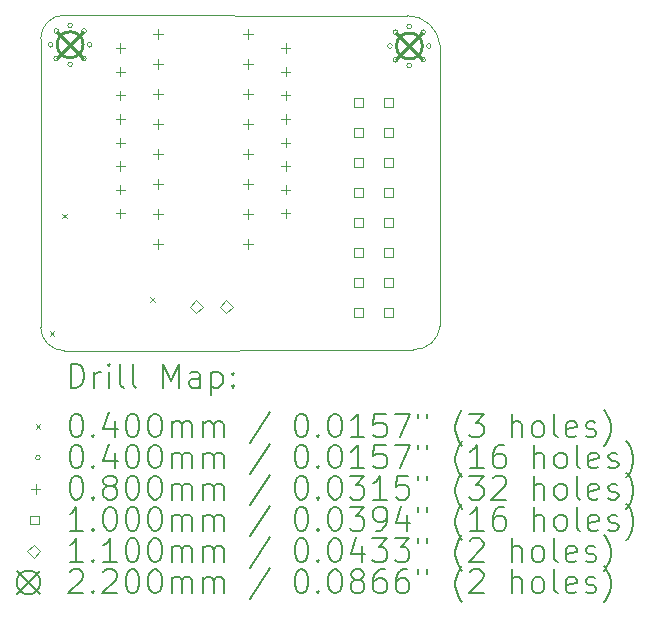
<source format=gbr>
%TF.GenerationSoftware,KiCad,Pcbnew,(6.0.10-0)*%
%TF.CreationDate,2023-01-01T02:04:56-05:00*%
%TF.ProjectId,8CT-PowerMeter,3843542d-506f-4776-9572-4d657465722e,rev?*%
%TF.SameCoordinates,Original*%
%TF.FileFunction,Drillmap*%
%TF.FilePolarity,Positive*%
%FSLAX45Y45*%
G04 Gerber Fmt 4.5, Leading zero omitted, Abs format (unit mm)*
G04 Created by KiCad (PCBNEW (6.0.10-0)) date 2023-01-01 02:04:56*
%MOMM*%
%LPD*%
G01*
G04 APERTURE LIST*
%ADD10C,0.050000*%
%ADD11C,0.200000*%
%ADD12C,0.040000*%
%ADD13C,0.080000*%
%ADD14C,0.100000*%
%ADD15C,0.110000*%
%ADD16C,0.220000*%
G04 APERTURE END LIST*
D10*
X13630000Y-9440000D02*
X13630000Y-7000000D01*
X13830000Y-6800000D02*
X16733800Y-6803400D01*
X16784600Y-9630586D02*
G75*
G03*
X17013200Y-9430579I10690J218426D01*
G01*
X17013201Y-7057400D02*
G75*
G03*
X16733800Y-6803400I-278991J-26220D01*
G01*
X13830000Y-6800000D02*
G75*
G03*
X13630000Y-7000000I0J-200000D01*
G01*
X13630000Y-9440000D02*
G75*
G03*
X13830000Y-9640000I200000J0D01*
G01*
X16784600Y-9630579D02*
X13830000Y-9640000D01*
X17013200Y-9430579D02*
X17013200Y-7057400D01*
D11*
D12*
X13706000Y-9475000D02*
X13746000Y-9515000D01*
X13746000Y-9475000D02*
X13706000Y-9515000D01*
X13810000Y-8480000D02*
X13850000Y-8520000D01*
X13850000Y-8480000D02*
X13810000Y-8520000D01*
X14560000Y-9190000D02*
X14600000Y-9230000D01*
X14600000Y-9190000D02*
X14560000Y-9230000D01*
X13735000Y-7050000D02*
G75*
G03*
X13735000Y-7050000I-20000J0D01*
G01*
X13783327Y-6933327D02*
G75*
G03*
X13783327Y-6933327I-20000J0D01*
G01*
X13783327Y-7166673D02*
G75*
G03*
X13783327Y-7166673I-20000J0D01*
G01*
X13900000Y-6885000D02*
G75*
G03*
X13900000Y-6885000I-20000J0D01*
G01*
X13900000Y-7215000D02*
G75*
G03*
X13900000Y-7215000I-20000J0D01*
G01*
X14016673Y-6933327D02*
G75*
G03*
X14016673Y-6933327I-20000J0D01*
G01*
X14016673Y-7166673D02*
G75*
G03*
X14016673Y-7166673I-20000J0D01*
G01*
X14065000Y-7050000D02*
G75*
G03*
X14065000Y-7050000I-20000J0D01*
G01*
X16607220Y-7060700D02*
G75*
G03*
X16607220Y-7060700I-20000J0D01*
G01*
X16655547Y-6944027D02*
G75*
G03*
X16655547Y-6944027I-20000J0D01*
G01*
X16655547Y-7177373D02*
G75*
G03*
X16655547Y-7177373I-20000J0D01*
G01*
X16772220Y-6895700D02*
G75*
G03*
X16772220Y-6895700I-20000J0D01*
G01*
X16772220Y-7225700D02*
G75*
G03*
X16772220Y-7225700I-20000J0D01*
G01*
X16888893Y-6944027D02*
G75*
G03*
X16888893Y-6944027I-20000J0D01*
G01*
X16888893Y-7177373D02*
G75*
G03*
X16888893Y-7177373I-20000J0D01*
G01*
X16937220Y-7060700D02*
G75*
G03*
X16937220Y-7060700I-20000J0D01*
G01*
D13*
X14304500Y-7038000D02*
X14304500Y-7118000D01*
X14264500Y-7078000D02*
X14344500Y-7078000D01*
X14304500Y-7238000D02*
X14304500Y-7318000D01*
X14264500Y-7278000D02*
X14344500Y-7278000D01*
X14304500Y-7438000D02*
X14304500Y-7518000D01*
X14264500Y-7478000D02*
X14344500Y-7478000D01*
X14304500Y-7638000D02*
X14304500Y-7718000D01*
X14264500Y-7678000D02*
X14344500Y-7678000D01*
X14304500Y-7838000D02*
X14304500Y-7918000D01*
X14264500Y-7878000D02*
X14344500Y-7878000D01*
X14304500Y-8038000D02*
X14304500Y-8118000D01*
X14264500Y-8078000D02*
X14344500Y-8078000D01*
X14304500Y-8238000D02*
X14304500Y-8318000D01*
X14264500Y-8278000D02*
X14344500Y-8278000D01*
X14304500Y-8438000D02*
X14304500Y-8518000D01*
X14264500Y-8478000D02*
X14344500Y-8478000D01*
X14625000Y-6919500D02*
X14625000Y-6999500D01*
X14585000Y-6959500D02*
X14665000Y-6959500D01*
X14625000Y-7173500D02*
X14625000Y-7253500D01*
X14585000Y-7213500D02*
X14665000Y-7213500D01*
X14625000Y-7427500D02*
X14625000Y-7507500D01*
X14585000Y-7467500D02*
X14665000Y-7467500D01*
X14625000Y-7681500D02*
X14625000Y-7761500D01*
X14585000Y-7721500D02*
X14665000Y-7721500D01*
X14625000Y-7935500D02*
X14625000Y-8015500D01*
X14585000Y-7975500D02*
X14665000Y-7975500D01*
X14625000Y-8189500D02*
X14625000Y-8269500D01*
X14585000Y-8229500D02*
X14665000Y-8229500D01*
X14625000Y-8443500D02*
X14625000Y-8523500D01*
X14585000Y-8483500D02*
X14665000Y-8483500D01*
X14625000Y-8697500D02*
X14625000Y-8777500D01*
X14585000Y-8737500D02*
X14665000Y-8737500D01*
X15387000Y-6919500D02*
X15387000Y-6999500D01*
X15347000Y-6959500D02*
X15427000Y-6959500D01*
X15387000Y-7173500D02*
X15387000Y-7253500D01*
X15347000Y-7213500D02*
X15427000Y-7213500D01*
X15387000Y-7427500D02*
X15387000Y-7507500D01*
X15347000Y-7467500D02*
X15427000Y-7467500D01*
X15387000Y-7681500D02*
X15387000Y-7761500D01*
X15347000Y-7721500D02*
X15427000Y-7721500D01*
X15387000Y-7935500D02*
X15387000Y-8015500D01*
X15347000Y-7975500D02*
X15427000Y-7975500D01*
X15387000Y-8189500D02*
X15387000Y-8269500D01*
X15347000Y-8229500D02*
X15427000Y-8229500D01*
X15387000Y-8443500D02*
X15387000Y-8523500D01*
X15347000Y-8483500D02*
X15427000Y-8483500D01*
X15387000Y-8697500D02*
X15387000Y-8777500D01*
X15347000Y-8737500D02*
X15427000Y-8737500D01*
X15704500Y-7038000D02*
X15704500Y-7118000D01*
X15664500Y-7078000D02*
X15744500Y-7078000D01*
X15704500Y-7238000D02*
X15704500Y-7318000D01*
X15664500Y-7278000D02*
X15744500Y-7278000D01*
X15704500Y-7438000D02*
X15704500Y-7518000D01*
X15664500Y-7478000D02*
X15744500Y-7478000D01*
X15704500Y-7638000D02*
X15704500Y-7718000D01*
X15664500Y-7678000D02*
X15744500Y-7678000D01*
X15704500Y-7838000D02*
X15704500Y-7918000D01*
X15664500Y-7878000D02*
X15744500Y-7878000D01*
X15704500Y-8038000D02*
X15704500Y-8118000D01*
X15664500Y-8078000D02*
X15744500Y-8078000D01*
X15704500Y-8238000D02*
X15704500Y-8318000D01*
X15664500Y-8278000D02*
X15744500Y-8278000D01*
X15704500Y-8438000D02*
X15704500Y-8518000D01*
X15664500Y-8478000D02*
X15744500Y-8478000D01*
D14*
X16356556Y-7575356D02*
X16356556Y-7504644D01*
X16285844Y-7504644D01*
X16285844Y-7575356D01*
X16356556Y-7575356D01*
X16356556Y-7829356D02*
X16356556Y-7758644D01*
X16285844Y-7758644D01*
X16285844Y-7829356D01*
X16356556Y-7829356D01*
X16356556Y-8083356D02*
X16356556Y-8012644D01*
X16285844Y-8012644D01*
X16285844Y-8083356D01*
X16356556Y-8083356D01*
X16356556Y-8337356D02*
X16356556Y-8266644D01*
X16285844Y-8266644D01*
X16285844Y-8337356D01*
X16356556Y-8337356D01*
X16356556Y-8591356D02*
X16356556Y-8520644D01*
X16285844Y-8520644D01*
X16285844Y-8591356D01*
X16356556Y-8591356D01*
X16356556Y-8845356D02*
X16356556Y-8774644D01*
X16285844Y-8774644D01*
X16285844Y-8845356D01*
X16356556Y-8845356D01*
X16356556Y-9099356D02*
X16356556Y-9028644D01*
X16285844Y-9028644D01*
X16285844Y-9099356D01*
X16356556Y-9099356D01*
X16356556Y-9353356D02*
X16356556Y-9282644D01*
X16285844Y-9282644D01*
X16285844Y-9353356D01*
X16356556Y-9353356D01*
X16610556Y-7575356D02*
X16610556Y-7504644D01*
X16539844Y-7504644D01*
X16539844Y-7575356D01*
X16610556Y-7575356D01*
X16610556Y-7829356D02*
X16610556Y-7758644D01*
X16539844Y-7758644D01*
X16539844Y-7829356D01*
X16610556Y-7829356D01*
X16610556Y-8083356D02*
X16610556Y-8012644D01*
X16539844Y-8012644D01*
X16539844Y-8083356D01*
X16610556Y-8083356D01*
X16610556Y-8337356D02*
X16610556Y-8266644D01*
X16539844Y-8266644D01*
X16539844Y-8337356D01*
X16610556Y-8337356D01*
X16610556Y-8591356D02*
X16610556Y-8520644D01*
X16539844Y-8520644D01*
X16539844Y-8591356D01*
X16610556Y-8591356D01*
X16610556Y-8845356D02*
X16610556Y-8774644D01*
X16539844Y-8774644D01*
X16539844Y-8845356D01*
X16610556Y-8845356D01*
X16610556Y-9099356D02*
X16610556Y-9028644D01*
X16539844Y-9028644D01*
X16539844Y-9099356D01*
X16610556Y-9099356D01*
X16610556Y-9353356D02*
X16610556Y-9282644D01*
X16539844Y-9282644D01*
X16539844Y-9353356D01*
X16610556Y-9353356D01*
D15*
X14947400Y-9322200D02*
X15002400Y-9267200D01*
X14947400Y-9212200D01*
X14892400Y-9267200D01*
X14947400Y-9322200D01*
X15201400Y-9322200D02*
X15256400Y-9267200D01*
X15201400Y-9212200D01*
X15146400Y-9267200D01*
X15201400Y-9322200D01*
D16*
X13770000Y-6940000D02*
X13990000Y-7160000D01*
X13990000Y-6940000D02*
X13770000Y-7160000D01*
X13990000Y-7050000D02*
G75*
G03*
X13990000Y-7050000I-110000J0D01*
G01*
X16642220Y-6950700D02*
X16862220Y-7170700D01*
X16862220Y-6950700D02*
X16642220Y-7170700D01*
X16862220Y-7060700D02*
G75*
G03*
X16862220Y-7060700I-110000J0D01*
G01*
D11*
X13885119Y-9952976D02*
X13885119Y-9752976D01*
X13932738Y-9752976D01*
X13961309Y-9762500D01*
X13980357Y-9781548D01*
X13989881Y-9800595D01*
X13999405Y-9838690D01*
X13999405Y-9867262D01*
X13989881Y-9905357D01*
X13980357Y-9924405D01*
X13961309Y-9943452D01*
X13932738Y-9952976D01*
X13885119Y-9952976D01*
X14085119Y-9952976D02*
X14085119Y-9819643D01*
X14085119Y-9857738D02*
X14094643Y-9838690D01*
X14104167Y-9829167D01*
X14123214Y-9819643D01*
X14142262Y-9819643D01*
X14208928Y-9952976D02*
X14208928Y-9819643D01*
X14208928Y-9752976D02*
X14199405Y-9762500D01*
X14208928Y-9772024D01*
X14218452Y-9762500D01*
X14208928Y-9752976D01*
X14208928Y-9772024D01*
X14332738Y-9952976D02*
X14313690Y-9943452D01*
X14304167Y-9924405D01*
X14304167Y-9752976D01*
X14437500Y-9952976D02*
X14418452Y-9943452D01*
X14408928Y-9924405D01*
X14408928Y-9752976D01*
X14666071Y-9952976D02*
X14666071Y-9752976D01*
X14732738Y-9895833D01*
X14799405Y-9752976D01*
X14799405Y-9952976D01*
X14980357Y-9952976D02*
X14980357Y-9848214D01*
X14970833Y-9829167D01*
X14951786Y-9819643D01*
X14913690Y-9819643D01*
X14894643Y-9829167D01*
X14980357Y-9943452D02*
X14961309Y-9952976D01*
X14913690Y-9952976D01*
X14894643Y-9943452D01*
X14885119Y-9924405D01*
X14885119Y-9905357D01*
X14894643Y-9886310D01*
X14913690Y-9876786D01*
X14961309Y-9876786D01*
X14980357Y-9867262D01*
X15075595Y-9819643D02*
X15075595Y-10019643D01*
X15075595Y-9829167D02*
X15094643Y-9819643D01*
X15132738Y-9819643D01*
X15151786Y-9829167D01*
X15161309Y-9838690D01*
X15170833Y-9857738D01*
X15170833Y-9914881D01*
X15161309Y-9933929D01*
X15151786Y-9943452D01*
X15132738Y-9952976D01*
X15094643Y-9952976D01*
X15075595Y-9943452D01*
X15256548Y-9933929D02*
X15266071Y-9943452D01*
X15256548Y-9952976D01*
X15247024Y-9943452D01*
X15256548Y-9933929D01*
X15256548Y-9952976D01*
X15256548Y-9829167D02*
X15266071Y-9838690D01*
X15256548Y-9848214D01*
X15247024Y-9838690D01*
X15256548Y-9829167D01*
X15256548Y-9848214D01*
D12*
X13587500Y-10262500D02*
X13627500Y-10302500D01*
X13627500Y-10262500D02*
X13587500Y-10302500D01*
D11*
X13923214Y-10172976D02*
X13942262Y-10172976D01*
X13961309Y-10182500D01*
X13970833Y-10192024D01*
X13980357Y-10211071D01*
X13989881Y-10249167D01*
X13989881Y-10296786D01*
X13980357Y-10334881D01*
X13970833Y-10353929D01*
X13961309Y-10363452D01*
X13942262Y-10372976D01*
X13923214Y-10372976D01*
X13904167Y-10363452D01*
X13894643Y-10353929D01*
X13885119Y-10334881D01*
X13875595Y-10296786D01*
X13875595Y-10249167D01*
X13885119Y-10211071D01*
X13894643Y-10192024D01*
X13904167Y-10182500D01*
X13923214Y-10172976D01*
X14075595Y-10353929D02*
X14085119Y-10363452D01*
X14075595Y-10372976D01*
X14066071Y-10363452D01*
X14075595Y-10353929D01*
X14075595Y-10372976D01*
X14256548Y-10239643D02*
X14256548Y-10372976D01*
X14208928Y-10163452D02*
X14161309Y-10306310D01*
X14285119Y-10306310D01*
X14399405Y-10172976D02*
X14418452Y-10172976D01*
X14437500Y-10182500D01*
X14447024Y-10192024D01*
X14456548Y-10211071D01*
X14466071Y-10249167D01*
X14466071Y-10296786D01*
X14456548Y-10334881D01*
X14447024Y-10353929D01*
X14437500Y-10363452D01*
X14418452Y-10372976D01*
X14399405Y-10372976D01*
X14380357Y-10363452D01*
X14370833Y-10353929D01*
X14361309Y-10334881D01*
X14351786Y-10296786D01*
X14351786Y-10249167D01*
X14361309Y-10211071D01*
X14370833Y-10192024D01*
X14380357Y-10182500D01*
X14399405Y-10172976D01*
X14589881Y-10172976D02*
X14608928Y-10172976D01*
X14627976Y-10182500D01*
X14637500Y-10192024D01*
X14647024Y-10211071D01*
X14656548Y-10249167D01*
X14656548Y-10296786D01*
X14647024Y-10334881D01*
X14637500Y-10353929D01*
X14627976Y-10363452D01*
X14608928Y-10372976D01*
X14589881Y-10372976D01*
X14570833Y-10363452D01*
X14561309Y-10353929D01*
X14551786Y-10334881D01*
X14542262Y-10296786D01*
X14542262Y-10249167D01*
X14551786Y-10211071D01*
X14561309Y-10192024D01*
X14570833Y-10182500D01*
X14589881Y-10172976D01*
X14742262Y-10372976D02*
X14742262Y-10239643D01*
X14742262Y-10258690D02*
X14751786Y-10249167D01*
X14770833Y-10239643D01*
X14799405Y-10239643D01*
X14818452Y-10249167D01*
X14827976Y-10268214D01*
X14827976Y-10372976D01*
X14827976Y-10268214D02*
X14837500Y-10249167D01*
X14856548Y-10239643D01*
X14885119Y-10239643D01*
X14904167Y-10249167D01*
X14913690Y-10268214D01*
X14913690Y-10372976D01*
X15008928Y-10372976D02*
X15008928Y-10239643D01*
X15008928Y-10258690D02*
X15018452Y-10249167D01*
X15037500Y-10239643D01*
X15066071Y-10239643D01*
X15085119Y-10249167D01*
X15094643Y-10268214D01*
X15094643Y-10372976D01*
X15094643Y-10268214D02*
X15104167Y-10249167D01*
X15123214Y-10239643D01*
X15151786Y-10239643D01*
X15170833Y-10249167D01*
X15180357Y-10268214D01*
X15180357Y-10372976D01*
X15570833Y-10163452D02*
X15399405Y-10420595D01*
X15827976Y-10172976D02*
X15847024Y-10172976D01*
X15866071Y-10182500D01*
X15875595Y-10192024D01*
X15885119Y-10211071D01*
X15894643Y-10249167D01*
X15894643Y-10296786D01*
X15885119Y-10334881D01*
X15875595Y-10353929D01*
X15866071Y-10363452D01*
X15847024Y-10372976D01*
X15827976Y-10372976D01*
X15808928Y-10363452D01*
X15799405Y-10353929D01*
X15789881Y-10334881D01*
X15780357Y-10296786D01*
X15780357Y-10249167D01*
X15789881Y-10211071D01*
X15799405Y-10192024D01*
X15808928Y-10182500D01*
X15827976Y-10172976D01*
X15980357Y-10353929D02*
X15989881Y-10363452D01*
X15980357Y-10372976D01*
X15970833Y-10363452D01*
X15980357Y-10353929D01*
X15980357Y-10372976D01*
X16113690Y-10172976D02*
X16132738Y-10172976D01*
X16151786Y-10182500D01*
X16161309Y-10192024D01*
X16170833Y-10211071D01*
X16180357Y-10249167D01*
X16180357Y-10296786D01*
X16170833Y-10334881D01*
X16161309Y-10353929D01*
X16151786Y-10363452D01*
X16132738Y-10372976D01*
X16113690Y-10372976D01*
X16094643Y-10363452D01*
X16085119Y-10353929D01*
X16075595Y-10334881D01*
X16066071Y-10296786D01*
X16066071Y-10249167D01*
X16075595Y-10211071D01*
X16085119Y-10192024D01*
X16094643Y-10182500D01*
X16113690Y-10172976D01*
X16370833Y-10372976D02*
X16256548Y-10372976D01*
X16313690Y-10372976D02*
X16313690Y-10172976D01*
X16294643Y-10201548D01*
X16275595Y-10220595D01*
X16256548Y-10230119D01*
X16551786Y-10172976D02*
X16456548Y-10172976D01*
X16447024Y-10268214D01*
X16456548Y-10258690D01*
X16475595Y-10249167D01*
X16523214Y-10249167D01*
X16542262Y-10258690D01*
X16551786Y-10268214D01*
X16561309Y-10287262D01*
X16561309Y-10334881D01*
X16551786Y-10353929D01*
X16542262Y-10363452D01*
X16523214Y-10372976D01*
X16475595Y-10372976D01*
X16456548Y-10363452D01*
X16447024Y-10353929D01*
X16627976Y-10172976D02*
X16761309Y-10172976D01*
X16675595Y-10372976D01*
X16827976Y-10172976D02*
X16827976Y-10211071D01*
X16904167Y-10172976D02*
X16904167Y-10211071D01*
X17199405Y-10449167D02*
X17189881Y-10439643D01*
X17170833Y-10411071D01*
X17161310Y-10392024D01*
X17151786Y-10363452D01*
X17142262Y-10315833D01*
X17142262Y-10277738D01*
X17151786Y-10230119D01*
X17161310Y-10201548D01*
X17170833Y-10182500D01*
X17189881Y-10153929D01*
X17199405Y-10144405D01*
X17256548Y-10172976D02*
X17380357Y-10172976D01*
X17313690Y-10249167D01*
X17342262Y-10249167D01*
X17361310Y-10258690D01*
X17370833Y-10268214D01*
X17380357Y-10287262D01*
X17380357Y-10334881D01*
X17370833Y-10353929D01*
X17361310Y-10363452D01*
X17342262Y-10372976D01*
X17285119Y-10372976D01*
X17266071Y-10363452D01*
X17256548Y-10353929D01*
X17618452Y-10372976D02*
X17618452Y-10172976D01*
X17704167Y-10372976D02*
X17704167Y-10268214D01*
X17694643Y-10249167D01*
X17675595Y-10239643D01*
X17647024Y-10239643D01*
X17627976Y-10249167D01*
X17618452Y-10258690D01*
X17827976Y-10372976D02*
X17808929Y-10363452D01*
X17799405Y-10353929D01*
X17789881Y-10334881D01*
X17789881Y-10277738D01*
X17799405Y-10258690D01*
X17808929Y-10249167D01*
X17827976Y-10239643D01*
X17856548Y-10239643D01*
X17875595Y-10249167D01*
X17885119Y-10258690D01*
X17894643Y-10277738D01*
X17894643Y-10334881D01*
X17885119Y-10353929D01*
X17875595Y-10363452D01*
X17856548Y-10372976D01*
X17827976Y-10372976D01*
X18008929Y-10372976D02*
X17989881Y-10363452D01*
X17980357Y-10344405D01*
X17980357Y-10172976D01*
X18161310Y-10363452D02*
X18142262Y-10372976D01*
X18104167Y-10372976D01*
X18085119Y-10363452D01*
X18075595Y-10344405D01*
X18075595Y-10268214D01*
X18085119Y-10249167D01*
X18104167Y-10239643D01*
X18142262Y-10239643D01*
X18161310Y-10249167D01*
X18170833Y-10268214D01*
X18170833Y-10287262D01*
X18075595Y-10306310D01*
X18247024Y-10363452D02*
X18266071Y-10372976D01*
X18304167Y-10372976D01*
X18323214Y-10363452D01*
X18332738Y-10344405D01*
X18332738Y-10334881D01*
X18323214Y-10315833D01*
X18304167Y-10306310D01*
X18275595Y-10306310D01*
X18256548Y-10296786D01*
X18247024Y-10277738D01*
X18247024Y-10268214D01*
X18256548Y-10249167D01*
X18275595Y-10239643D01*
X18304167Y-10239643D01*
X18323214Y-10249167D01*
X18399405Y-10449167D02*
X18408929Y-10439643D01*
X18427976Y-10411071D01*
X18437500Y-10392024D01*
X18447024Y-10363452D01*
X18456548Y-10315833D01*
X18456548Y-10277738D01*
X18447024Y-10230119D01*
X18437500Y-10201548D01*
X18427976Y-10182500D01*
X18408929Y-10153929D01*
X18399405Y-10144405D01*
D12*
X13627500Y-10546500D02*
G75*
G03*
X13627500Y-10546500I-20000J0D01*
G01*
D11*
X13923214Y-10436976D02*
X13942262Y-10436976D01*
X13961309Y-10446500D01*
X13970833Y-10456024D01*
X13980357Y-10475071D01*
X13989881Y-10513167D01*
X13989881Y-10560786D01*
X13980357Y-10598881D01*
X13970833Y-10617929D01*
X13961309Y-10627452D01*
X13942262Y-10636976D01*
X13923214Y-10636976D01*
X13904167Y-10627452D01*
X13894643Y-10617929D01*
X13885119Y-10598881D01*
X13875595Y-10560786D01*
X13875595Y-10513167D01*
X13885119Y-10475071D01*
X13894643Y-10456024D01*
X13904167Y-10446500D01*
X13923214Y-10436976D01*
X14075595Y-10617929D02*
X14085119Y-10627452D01*
X14075595Y-10636976D01*
X14066071Y-10627452D01*
X14075595Y-10617929D01*
X14075595Y-10636976D01*
X14256548Y-10503643D02*
X14256548Y-10636976D01*
X14208928Y-10427452D02*
X14161309Y-10570310D01*
X14285119Y-10570310D01*
X14399405Y-10436976D02*
X14418452Y-10436976D01*
X14437500Y-10446500D01*
X14447024Y-10456024D01*
X14456548Y-10475071D01*
X14466071Y-10513167D01*
X14466071Y-10560786D01*
X14456548Y-10598881D01*
X14447024Y-10617929D01*
X14437500Y-10627452D01*
X14418452Y-10636976D01*
X14399405Y-10636976D01*
X14380357Y-10627452D01*
X14370833Y-10617929D01*
X14361309Y-10598881D01*
X14351786Y-10560786D01*
X14351786Y-10513167D01*
X14361309Y-10475071D01*
X14370833Y-10456024D01*
X14380357Y-10446500D01*
X14399405Y-10436976D01*
X14589881Y-10436976D02*
X14608928Y-10436976D01*
X14627976Y-10446500D01*
X14637500Y-10456024D01*
X14647024Y-10475071D01*
X14656548Y-10513167D01*
X14656548Y-10560786D01*
X14647024Y-10598881D01*
X14637500Y-10617929D01*
X14627976Y-10627452D01*
X14608928Y-10636976D01*
X14589881Y-10636976D01*
X14570833Y-10627452D01*
X14561309Y-10617929D01*
X14551786Y-10598881D01*
X14542262Y-10560786D01*
X14542262Y-10513167D01*
X14551786Y-10475071D01*
X14561309Y-10456024D01*
X14570833Y-10446500D01*
X14589881Y-10436976D01*
X14742262Y-10636976D02*
X14742262Y-10503643D01*
X14742262Y-10522690D02*
X14751786Y-10513167D01*
X14770833Y-10503643D01*
X14799405Y-10503643D01*
X14818452Y-10513167D01*
X14827976Y-10532214D01*
X14827976Y-10636976D01*
X14827976Y-10532214D02*
X14837500Y-10513167D01*
X14856548Y-10503643D01*
X14885119Y-10503643D01*
X14904167Y-10513167D01*
X14913690Y-10532214D01*
X14913690Y-10636976D01*
X15008928Y-10636976D02*
X15008928Y-10503643D01*
X15008928Y-10522690D02*
X15018452Y-10513167D01*
X15037500Y-10503643D01*
X15066071Y-10503643D01*
X15085119Y-10513167D01*
X15094643Y-10532214D01*
X15094643Y-10636976D01*
X15094643Y-10532214D02*
X15104167Y-10513167D01*
X15123214Y-10503643D01*
X15151786Y-10503643D01*
X15170833Y-10513167D01*
X15180357Y-10532214D01*
X15180357Y-10636976D01*
X15570833Y-10427452D02*
X15399405Y-10684595D01*
X15827976Y-10436976D02*
X15847024Y-10436976D01*
X15866071Y-10446500D01*
X15875595Y-10456024D01*
X15885119Y-10475071D01*
X15894643Y-10513167D01*
X15894643Y-10560786D01*
X15885119Y-10598881D01*
X15875595Y-10617929D01*
X15866071Y-10627452D01*
X15847024Y-10636976D01*
X15827976Y-10636976D01*
X15808928Y-10627452D01*
X15799405Y-10617929D01*
X15789881Y-10598881D01*
X15780357Y-10560786D01*
X15780357Y-10513167D01*
X15789881Y-10475071D01*
X15799405Y-10456024D01*
X15808928Y-10446500D01*
X15827976Y-10436976D01*
X15980357Y-10617929D02*
X15989881Y-10627452D01*
X15980357Y-10636976D01*
X15970833Y-10627452D01*
X15980357Y-10617929D01*
X15980357Y-10636976D01*
X16113690Y-10436976D02*
X16132738Y-10436976D01*
X16151786Y-10446500D01*
X16161309Y-10456024D01*
X16170833Y-10475071D01*
X16180357Y-10513167D01*
X16180357Y-10560786D01*
X16170833Y-10598881D01*
X16161309Y-10617929D01*
X16151786Y-10627452D01*
X16132738Y-10636976D01*
X16113690Y-10636976D01*
X16094643Y-10627452D01*
X16085119Y-10617929D01*
X16075595Y-10598881D01*
X16066071Y-10560786D01*
X16066071Y-10513167D01*
X16075595Y-10475071D01*
X16085119Y-10456024D01*
X16094643Y-10446500D01*
X16113690Y-10436976D01*
X16370833Y-10636976D02*
X16256548Y-10636976D01*
X16313690Y-10636976D02*
X16313690Y-10436976D01*
X16294643Y-10465548D01*
X16275595Y-10484595D01*
X16256548Y-10494119D01*
X16551786Y-10436976D02*
X16456548Y-10436976D01*
X16447024Y-10532214D01*
X16456548Y-10522690D01*
X16475595Y-10513167D01*
X16523214Y-10513167D01*
X16542262Y-10522690D01*
X16551786Y-10532214D01*
X16561309Y-10551262D01*
X16561309Y-10598881D01*
X16551786Y-10617929D01*
X16542262Y-10627452D01*
X16523214Y-10636976D01*
X16475595Y-10636976D01*
X16456548Y-10627452D01*
X16447024Y-10617929D01*
X16627976Y-10436976D02*
X16761309Y-10436976D01*
X16675595Y-10636976D01*
X16827976Y-10436976D02*
X16827976Y-10475071D01*
X16904167Y-10436976D02*
X16904167Y-10475071D01*
X17199405Y-10713167D02*
X17189881Y-10703643D01*
X17170833Y-10675071D01*
X17161310Y-10656024D01*
X17151786Y-10627452D01*
X17142262Y-10579833D01*
X17142262Y-10541738D01*
X17151786Y-10494119D01*
X17161310Y-10465548D01*
X17170833Y-10446500D01*
X17189881Y-10417929D01*
X17199405Y-10408405D01*
X17380357Y-10636976D02*
X17266071Y-10636976D01*
X17323214Y-10636976D02*
X17323214Y-10436976D01*
X17304167Y-10465548D01*
X17285119Y-10484595D01*
X17266071Y-10494119D01*
X17551786Y-10436976D02*
X17513690Y-10436976D01*
X17494643Y-10446500D01*
X17485119Y-10456024D01*
X17466071Y-10484595D01*
X17456548Y-10522690D01*
X17456548Y-10598881D01*
X17466071Y-10617929D01*
X17475595Y-10627452D01*
X17494643Y-10636976D01*
X17532738Y-10636976D01*
X17551786Y-10627452D01*
X17561310Y-10617929D01*
X17570833Y-10598881D01*
X17570833Y-10551262D01*
X17561310Y-10532214D01*
X17551786Y-10522690D01*
X17532738Y-10513167D01*
X17494643Y-10513167D01*
X17475595Y-10522690D01*
X17466071Y-10532214D01*
X17456548Y-10551262D01*
X17808929Y-10636976D02*
X17808929Y-10436976D01*
X17894643Y-10636976D02*
X17894643Y-10532214D01*
X17885119Y-10513167D01*
X17866071Y-10503643D01*
X17837500Y-10503643D01*
X17818452Y-10513167D01*
X17808929Y-10522690D01*
X18018452Y-10636976D02*
X17999405Y-10627452D01*
X17989881Y-10617929D01*
X17980357Y-10598881D01*
X17980357Y-10541738D01*
X17989881Y-10522690D01*
X17999405Y-10513167D01*
X18018452Y-10503643D01*
X18047024Y-10503643D01*
X18066071Y-10513167D01*
X18075595Y-10522690D01*
X18085119Y-10541738D01*
X18085119Y-10598881D01*
X18075595Y-10617929D01*
X18066071Y-10627452D01*
X18047024Y-10636976D01*
X18018452Y-10636976D01*
X18199405Y-10636976D02*
X18180357Y-10627452D01*
X18170833Y-10608405D01*
X18170833Y-10436976D01*
X18351786Y-10627452D02*
X18332738Y-10636976D01*
X18294643Y-10636976D01*
X18275595Y-10627452D01*
X18266071Y-10608405D01*
X18266071Y-10532214D01*
X18275595Y-10513167D01*
X18294643Y-10503643D01*
X18332738Y-10503643D01*
X18351786Y-10513167D01*
X18361310Y-10532214D01*
X18361310Y-10551262D01*
X18266071Y-10570310D01*
X18437500Y-10627452D02*
X18456548Y-10636976D01*
X18494643Y-10636976D01*
X18513690Y-10627452D01*
X18523214Y-10608405D01*
X18523214Y-10598881D01*
X18513690Y-10579833D01*
X18494643Y-10570310D01*
X18466071Y-10570310D01*
X18447024Y-10560786D01*
X18437500Y-10541738D01*
X18437500Y-10532214D01*
X18447024Y-10513167D01*
X18466071Y-10503643D01*
X18494643Y-10503643D01*
X18513690Y-10513167D01*
X18589881Y-10713167D02*
X18599405Y-10703643D01*
X18618452Y-10675071D01*
X18627976Y-10656024D01*
X18637500Y-10627452D01*
X18647024Y-10579833D01*
X18647024Y-10541738D01*
X18637500Y-10494119D01*
X18627976Y-10465548D01*
X18618452Y-10446500D01*
X18599405Y-10417929D01*
X18589881Y-10408405D01*
D13*
X13587500Y-10770500D02*
X13587500Y-10850500D01*
X13547500Y-10810500D02*
X13627500Y-10810500D01*
D11*
X13923214Y-10700976D02*
X13942262Y-10700976D01*
X13961309Y-10710500D01*
X13970833Y-10720024D01*
X13980357Y-10739071D01*
X13989881Y-10777167D01*
X13989881Y-10824786D01*
X13980357Y-10862881D01*
X13970833Y-10881929D01*
X13961309Y-10891452D01*
X13942262Y-10900976D01*
X13923214Y-10900976D01*
X13904167Y-10891452D01*
X13894643Y-10881929D01*
X13885119Y-10862881D01*
X13875595Y-10824786D01*
X13875595Y-10777167D01*
X13885119Y-10739071D01*
X13894643Y-10720024D01*
X13904167Y-10710500D01*
X13923214Y-10700976D01*
X14075595Y-10881929D02*
X14085119Y-10891452D01*
X14075595Y-10900976D01*
X14066071Y-10891452D01*
X14075595Y-10881929D01*
X14075595Y-10900976D01*
X14199405Y-10786690D02*
X14180357Y-10777167D01*
X14170833Y-10767643D01*
X14161309Y-10748595D01*
X14161309Y-10739071D01*
X14170833Y-10720024D01*
X14180357Y-10710500D01*
X14199405Y-10700976D01*
X14237500Y-10700976D01*
X14256548Y-10710500D01*
X14266071Y-10720024D01*
X14275595Y-10739071D01*
X14275595Y-10748595D01*
X14266071Y-10767643D01*
X14256548Y-10777167D01*
X14237500Y-10786690D01*
X14199405Y-10786690D01*
X14180357Y-10796214D01*
X14170833Y-10805738D01*
X14161309Y-10824786D01*
X14161309Y-10862881D01*
X14170833Y-10881929D01*
X14180357Y-10891452D01*
X14199405Y-10900976D01*
X14237500Y-10900976D01*
X14256548Y-10891452D01*
X14266071Y-10881929D01*
X14275595Y-10862881D01*
X14275595Y-10824786D01*
X14266071Y-10805738D01*
X14256548Y-10796214D01*
X14237500Y-10786690D01*
X14399405Y-10700976D02*
X14418452Y-10700976D01*
X14437500Y-10710500D01*
X14447024Y-10720024D01*
X14456548Y-10739071D01*
X14466071Y-10777167D01*
X14466071Y-10824786D01*
X14456548Y-10862881D01*
X14447024Y-10881929D01*
X14437500Y-10891452D01*
X14418452Y-10900976D01*
X14399405Y-10900976D01*
X14380357Y-10891452D01*
X14370833Y-10881929D01*
X14361309Y-10862881D01*
X14351786Y-10824786D01*
X14351786Y-10777167D01*
X14361309Y-10739071D01*
X14370833Y-10720024D01*
X14380357Y-10710500D01*
X14399405Y-10700976D01*
X14589881Y-10700976D02*
X14608928Y-10700976D01*
X14627976Y-10710500D01*
X14637500Y-10720024D01*
X14647024Y-10739071D01*
X14656548Y-10777167D01*
X14656548Y-10824786D01*
X14647024Y-10862881D01*
X14637500Y-10881929D01*
X14627976Y-10891452D01*
X14608928Y-10900976D01*
X14589881Y-10900976D01*
X14570833Y-10891452D01*
X14561309Y-10881929D01*
X14551786Y-10862881D01*
X14542262Y-10824786D01*
X14542262Y-10777167D01*
X14551786Y-10739071D01*
X14561309Y-10720024D01*
X14570833Y-10710500D01*
X14589881Y-10700976D01*
X14742262Y-10900976D02*
X14742262Y-10767643D01*
X14742262Y-10786690D02*
X14751786Y-10777167D01*
X14770833Y-10767643D01*
X14799405Y-10767643D01*
X14818452Y-10777167D01*
X14827976Y-10796214D01*
X14827976Y-10900976D01*
X14827976Y-10796214D02*
X14837500Y-10777167D01*
X14856548Y-10767643D01*
X14885119Y-10767643D01*
X14904167Y-10777167D01*
X14913690Y-10796214D01*
X14913690Y-10900976D01*
X15008928Y-10900976D02*
X15008928Y-10767643D01*
X15008928Y-10786690D02*
X15018452Y-10777167D01*
X15037500Y-10767643D01*
X15066071Y-10767643D01*
X15085119Y-10777167D01*
X15094643Y-10796214D01*
X15094643Y-10900976D01*
X15094643Y-10796214D02*
X15104167Y-10777167D01*
X15123214Y-10767643D01*
X15151786Y-10767643D01*
X15170833Y-10777167D01*
X15180357Y-10796214D01*
X15180357Y-10900976D01*
X15570833Y-10691452D02*
X15399405Y-10948595D01*
X15827976Y-10700976D02*
X15847024Y-10700976D01*
X15866071Y-10710500D01*
X15875595Y-10720024D01*
X15885119Y-10739071D01*
X15894643Y-10777167D01*
X15894643Y-10824786D01*
X15885119Y-10862881D01*
X15875595Y-10881929D01*
X15866071Y-10891452D01*
X15847024Y-10900976D01*
X15827976Y-10900976D01*
X15808928Y-10891452D01*
X15799405Y-10881929D01*
X15789881Y-10862881D01*
X15780357Y-10824786D01*
X15780357Y-10777167D01*
X15789881Y-10739071D01*
X15799405Y-10720024D01*
X15808928Y-10710500D01*
X15827976Y-10700976D01*
X15980357Y-10881929D02*
X15989881Y-10891452D01*
X15980357Y-10900976D01*
X15970833Y-10891452D01*
X15980357Y-10881929D01*
X15980357Y-10900976D01*
X16113690Y-10700976D02*
X16132738Y-10700976D01*
X16151786Y-10710500D01*
X16161309Y-10720024D01*
X16170833Y-10739071D01*
X16180357Y-10777167D01*
X16180357Y-10824786D01*
X16170833Y-10862881D01*
X16161309Y-10881929D01*
X16151786Y-10891452D01*
X16132738Y-10900976D01*
X16113690Y-10900976D01*
X16094643Y-10891452D01*
X16085119Y-10881929D01*
X16075595Y-10862881D01*
X16066071Y-10824786D01*
X16066071Y-10777167D01*
X16075595Y-10739071D01*
X16085119Y-10720024D01*
X16094643Y-10710500D01*
X16113690Y-10700976D01*
X16247024Y-10700976D02*
X16370833Y-10700976D01*
X16304167Y-10777167D01*
X16332738Y-10777167D01*
X16351786Y-10786690D01*
X16361309Y-10796214D01*
X16370833Y-10815262D01*
X16370833Y-10862881D01*
X16361309Y-10881929D01*
X16351786Y-10891452D01*
X16332738Y-10900976D01*
X16275595Y-10900976D01*
X16256548Y-10891452D01*
X16247024Y-10881929D01*
X16561309Y-10900976D02*
X16447024Y-10900976D01*
X16504167Y-10900976D02*
X16504167Y-10700976D01*
X16485119Y-10729548D01*
X16466071Y-10748595D01*
X16447024Y-10758119D01*
X16742262Y-10700976D02*
X16647024Y-10700976D01*
X16637500Y-10796214D01*
X16647024Y-10786690D01*
X16666071Y-10777167D01*
X16713690Y-10777167D01*
X16732738Y-10786690D01*
X16742262Y-10796214D01*
X16751786Y-10815262D01*
X16751786Y-10862881D01*
X16742262Y-10881929D01*
X16732738Y-10891452D01*
X16713690Y-10900976D01*
X16666071Y-10900976D01*
X16647024Y-10891452D01*
X16637500Y-10881929D01*
X16827976Y-10700976D02*
X16827976Y-10739071D01*
X16904167Y-10700976D02*
X16904167Y-10739071D01*
X17199405Y-10977167D02*
X17189881Y-10967643D01*
X17170833Y-10939071D01*
X17161310Y-10920024D01*
X17151786Y-10891452D01*
X17142262Y-10843833D01*
X17142262Y-10805738D01*
X17151786Y-10758119D01*
X17161310Y-10729548D01*
X17170833Y-10710500D01*
X17189881Y-10681929D01*
X17199405Y-10672405D01*
X17256548Y-10700976D02*
X17380357Y-10700976D01*
X17313690Y-10777167D01*
X17342262Y-10777167D01*
X17361310Y-10786690D01*
X17370833Y-10796214D01*
X17380357Y-10815262D01*
X17380357Y-10862881D01*
X17370833Y-10881929D01*
X17361310Y-10891452D01*
X17342262Y-10900976D01*
X17285119Y-10900976D01*
X17266071Y-10891452D01*
X17256548Y-10881929D01*
X17456548Y-10720024D02*
X17466071Y-10710500D01*
X17485119Y-10700976D01*
X17532738Y-10700976D01*
X17551786Y-10710500D01*
X17561310Y-10720024D01*
X17570833Y-10739071D01*
X17570833Y-10758119D01*
X17561310Y-10786690D01*
X17447024Y-10900976D01*
X17570833Y-10900976D01*
X17808929Y-10900976D02*
X17808929Y-10700976D01*
X17894643Y-10900976D02*
X17894643Y-10796214D01*
X17885119Y-10777167D01*
X17866071Y-10767643D01*
X17837500Y-10767643D01*
X17818452Y-10777167D01*
X17808929Y-10786690D01*
X18018452Y-10900976D02*
X17999405Y-10891452D01*
X17989881Y-10881929D01*
X17980357Y-10862881D01*
X17980357Y-10805738D01*
X17989881Y-10786690D01*
X17999405Y-10777167D01*
X18018452Y-10767643D01*
X18047024Y-10767643D01*
X18066071Y-10777167D01*
X18075595Y-10786690D01*
X18085119Y-10805738D01*
X18085119Y-10862881D01*
X18075595Y-10881929D01*
X18066071Y-10891452D01*
X18047024Y-10900976D01*
X18018452Y-10900976D01*
X18199405Y-10900976D02*
X18180357Y-10891452D01*
X18170833Y-10872405D01*
X18170833Y-10700976D01*
X18351786Y-10891452D02*
X18332738Y-10900976D01*
X18294643Y-10900976D01*
X18275595Y-10891452D01*
X18266071Y-10872405D01*
X18266071Y-10796214D01*
X18275595Y-10777167D01*
X18294643Y-10767643D01*
X18332738Y-10767643D01*
X18351786Y-10777167D01*
X18361310Y-10796214D01*
X18361310Y-10815262D01*
X18266071Y-10834310D01*
X18437500Y-10891452D02*
X18456548Y-10900976D01*
X18494643Y-10900976D01*
X18513690Y-10891452D01*
X18523214Y-10872405D01*
X18523214Y-10862881D01*
X18513690Y-10843833D01*
X18494643Y-10834310D01*
X18466071Y-10834310D01*
X18447024Y-10824786D01*
X18437500Y-10805738D01*
X18437500Y-10796214D01*
X18447024Y-10777167D01*
X18466071Y-10767643D01*
X18494643Y-10767643D01*
X18513690Y-10777167D01*
X18589881Y-10977167D02*
X18599405Y-10967643D01*
X18618452Y-10939071D01*
X18627976Y-10920024D01*
X18637500Y-10891452D01*
X18647024Y-10843833D01*
X18647024Y-10805738D01*
X18637500Y-10758119D01*
X18627976Y-10729548D01*
X18618452Y-10710500D01*
X18599405Y-10681929D01*
X18589881Y-10672405D01*
D14*
X13612856Y-11109856D02*
X13612856Y-11039144D01*
X13542144Y-11039144D01*
X13542144Y-11109856D01*
X13612856Y-11109856D01*
D11*
X13989881Y-11164976D02*
X13875595Y-11164976D01*
X13932738Y-11164976D02*
X13932738Y-10964976D01*
X13913690Y-10993548D01*
X13894643Y-11012595D01*
X13875595Y-11022119D01*
X14075595Y-11145929D02*
X14085119Y-11155452D01*
X14075595Y-11164976D01*
X14066071Y-11155452D01*
X14075595Y-11145929D01*
X14075595Y-11164976D01*
X14208928Y-10964976D02*
X14227976Y-10964976D01*
X14247024Y-10974500D01*
X14256548Y-10984024D01*
X14266071Y-11003071D01*
X14275595Y-11041167D01*
X14275595Y-11088786D01*
X14266071Y-11126881D01*
X14256548Y-11145929D01*
X14247024Y-11155452D01*
X14227976Y-11164976D01*
X14208928Y-11164976D01*
X14189881Y-11155452D01*
X14180357Y-11145929D01*
X14170833Y-11126881D01*
X14161309Y-11088786D01*
X14161309Y-11041167D01*
X14170833Y-11003071D01*
X14180357Y-10984024D01*
X14189881Y-10974500D01*
X14208928Y-10964976D01*
X14399405Y-10964976D02*
X14418452Y-10964976D01*
X14437500Y-10974500D01*
X14447024Y-10984024D01*
X14456548Y-11003071D01*
X14466071Y-11041167D01*
X14466071Y-11088786D01*
X14456548Y-11126881D01*
X14447024Y-11145929D01*
X14437500Y-11155452D01*
X14418452Y-11164976D01*
X14399405Y-11164976D01*
X14380357Y-11155452D01*
X14370833Y-11145929D01*
X14361309Y-11126881D01*
X14351786Y-11088786D01*
X14351786Y-11041167D01*
X14361309Y-11003071D01*
X14370833Y-10984024D01*
X14380357Y-10974500D01*
X14399405Y-10964976D01*
X14589881Y-10964976D02*
X14608928Y-10964976D01*
X14627976Y-10974500D01*
X14637500Y-10984024D01*
X14647024Y-11003071D01*
X14656548Y-11041167D01*
X14656548Y-11088786D01*
X14647024Y-11126881D01*
X14637500Y-11145929D01*
X14627976Y-11155452D01*
X14608928Y-11164976D01*
X14589881Y-11164976D01*
X14570833Y-11155452D01*
X14561309Y-11145929D01*
X14551786Y-11126881D01*
X14542262Y-11088786D01*
X14542262Y-11041167D01*
X14551786Y-11003071D01*
X14561309Y-10984024D01*
X14570833Y-10974500D01*
X14589881Y-10964976D01*
X14742262Y-11164976D02*
X14742262Y-11031643D01*
X14742262Y-11050690D02*
X14751786Y-11041167D01*
X14770833Y-11031643D01*
X14799405Y-11031643D01*
X14818452Y-11041167D01*
X14827976Y-11060214D01*
X14827976Y-11164976D01*
X14827976Y-11060214D02*
X14837500Y-11041167D01*
X14856548Y-11031643D01*
X14885119Y-11031643D01*
X14904167Y-11041167D01*
X14913690Y-11060214D01*
X14913690Y-11164976D01*
X15008928Y-11164976D02*
X15008928Y-11031643D01*
X15008928Y-11050690D02*
X15018452Y-11041167D01*
X15037500Y-11031643D01*
X15066071Y-11031643D01*
X15085119Y-11041167D01*
X15094643Y-11060214D01*
X15094643Y-11164976D01*
X15094643Y-11060214D02*
X15104167Y-11041167D01*
X15123214Y-11031643D01*
X15151786Y-11031643D01*
X15170833Y-11041167D01*
X15180357Y-11060214D01*
X15180357Y-11164976D01*
X15570833Y-10955452D02*
X15399405Y-11212595D01*
X15827976Y-10964976D02*
X15847024Y-10964976D01*
X15866071Y-10974500D01*
X15875595Y-10984024D01*
X15885119Y-11003071D01*
X15894643Y-11041167D01*
X15894643Y-11088786D01*
X15885119Y-11126881D01*
X15875595Y-11145929D01*
X15866071Y-11155452D01*
X15847024Y-11164976D01*
X15827976Y-11164976D01*
X15808928Y-11155452D01*
X15799405Y-11145929D01*
X15789881Y-11126881D01*
X15780357Y-11088786D01*
X15780357Y-11041167D01*
X15789881Y-11003071D01*
X15799405Y-10984024D01*
X15808928Y-10974500D01*
X15827976Y-10964976D01*
X15980357Y-11145929D02*
X15989881Y-11155452D01*
X15980357Y-11164976D01*
X15970833Y-11155452D01*
X15980357Y-11145929D01*
X15980357Y-11164976D01*
X16113690Y-10964976D02*
X16132738Y-10964976D01*
X16151786Y-10974500D01*
X16161309Y-10984024D01*
X16170833Y-11003071D01*
X16180357Y-11041167D01*
X16180357Y-11088786D01*
X16170833Y-11126881D01*
X16161309Y-11145929D01*
X16151786Y-11155452D01*
X16132738Y-11164976D01*
X16113690Y-11164976D01*
X16094643Y-11155452D01*
X16085119Y-11145929D01*
X16075595Y-11126881D01*
X16066071Y-11088786D01*
X16066071Y-11041167D01*
X16075595Y-11003071D01*
X16085119Y-10984024D01*
X16094643Y-10974500D01*
X16113690Y-10964976D01*
X16247024Y-10964976D02*
X16370833Y-10964976D01*
X16304167Y-11041167D01*
X16332738Y-11041167D01*
X16351786Y-11050690D01*
X16361309Y-11060214D01*
X16370833Y-11079262D01*
X16370833Y-11126881D01*
X16361309Y-11145929D01*
X16351786Y-11155452D01*
X16332738Y-11164976D01*
X16275595Y-11164976D01*
X16256548Y-11155452D01*
X16247024Y-11145929D01*
X16466071Y-11164976D02*
X16504167Y-11164976D01*
X16523214Y-11155452D01*
X16532738Y-11145929D01*
X16551786Y-11117357D01*
X16561309Y-11079262D01*
X16561309Y-11003071D01*
X16551786Y-10984024D01*
X16542262Y-10974500D01*
X16523214Y-10964976D01*
X16485119Y-10964976D01*
X16466071Y-10974500D01*
X16456548Y-10984024D01*
X16447024Y-11003071D01*
X16447024Y-11050690D01*
X16456548Y-11069738D01*
X16466071Y-11079262D01*
X16485119Y-11088786D01*
X16523214Y-11088786D01*
X16542262Y-11079262D01*
X16551786Y-11069738D01*
X16561309Y-11050690D01*
X16732738Y-11031643D02*
X16732738Y-11164976D01*
X16685119Y-10955452D02*
X16637500Y-11098310D01*
X16761309Y-11098310D01*
X16827976Y-10964976D02*
X16827976Y-11003071D01*
X16904167Y-10964976D02*
X16904167Y-11003071D01*
X17199405Y-11241167D02*
X17189881Y-11231643D01*
X17170833Y-11203071D01*
X17161310Y-11184024D01*
X17151786Y-11155452D01*
X17142262Y-11107833D01*
X17142262Y-11069738D01*
X17151786Y-11022119D01*
X17161310Y-10993548D01*
X17170833Y-10974500D01*
X17189881Y-10945929D01*
X17199405Y-10936405D01*
X17380357Y-11164976D02*
X17266071Y-11164976D01*
X17323214Y-11164976D02*
X17323214Y-10964976D01*
X17304167Y-10993548D01*
X17285119Y-11012595D01*
X17266071Y-11022119D01*
X17551786Y-10964976D02*
X17513690Y-10964976D01*
X17494643Y-10974500D01*
X17485119Y-10984024D01*
X17466071Y-11012595D01*
X17456548Y-11050690D01*
X17456548Y-11126881D01*
X17466071Y-11145929D01*
X17475595Y-11155452D01*
X17494643Y-11164976D01*
X17532738Y-11164976D01*
X17551786Y-11155452D01*
X17561310Y-11145929D01*
X17570833Y-11126881D01*
X17570833Y-11079262D01*
X17561310Y-11060214D01*
X17551786Y-11050690D01*
X17532738Y-11041167D01*
X17494643Y-11041167D01*
X17475595Y-11050690D01*
X17466071Y-11060214D01*
X17456548Y-11079262D01*
X17808929Y-11164976D02*
X17808929Y-10964976D01*
X17894643Y-11164976D02*
X17894643Y-11060214D01*
X17885119Y-11041167D01*
X17866071Y-11031643D01*
X17837500Y-11031643D01*
X17818452Y-11041167D01*
X17808929Y-11050690D01*
X18018452Y-11164976D02*
X17999405Y-11155452D01*
X17989881Y-11145929D01*
X17980357Y-11126881D01*
X17980357Y-11069738D01*
X17989881Y-11050690D01*
X17999405Y-11041167D01*
X18018452Y-11031643D01*
X18047024Y-11031643D01*
X18066071Y-11041167D01*
X18075595Y-11050690D01*
X18085119Y-11069738D01*
X18085119Y-11126881D01*
X18075595Y-11145929D01*
X18066071Y-11155452D01*
X18047024Y-11164976D01*
X18018452Y-11164976D01*
X18199405Y-11164976D02*
X18180357Y-11155452D01*
X18170833Y-11136405D01*
X18170833Y-10964976D01*
X18351786Y-11155452D02*
X18332738Y-11164976D01*
X18294643Y-11164976D01*
X18275595Y-11155452D01*
X18266071Y-11136405D01*
X18266071Y-11060214D01*
X18275595Y-11041167D01*
X18294643Y-11031643D01*
X18332738Y-11031643D01*
X18351786Y-11041167D01*
X18361310Y-11060214D01*
X18361310Y-11079262D01*
X18266071Y-11098310D01*
X18437500Y-11155452D02*
X18456548Y-11164976D01*
X18494643Y-11164976D01*
X18513690Y-11155452D01*
X18523214Y-11136405D01*
X18523214Y-11126881D01*
X18513690Y-11107833D01*
X18494643Y-11098310D01*
X18466071Y-11098310D01*
X18447024Y-11088786D01*
X18437500Y-11069738D01*
X18437500Y-11060214D01*
X18447024Y-11041167D01*
X18466071Y-11031643D01*
X18494643Y-11031643D01*
X18513690Y-11041167D01*
X18589881Y-11241167D02*
X18599405Y-11231643D01*
X18618452Y-11203071D01*
X18627976Y-11184024D01*
X18637500Y-11155452D01*
X18647024Y-11107833D01*
X18647024Y-11069738D01*
X18637500Y-11022119D01*
X18627976Y-10993548D01*
X18618452Y-10974500D01*
X18599405Y-10945929D01*
X18589881Y-10936405D01*
D15*
X13572500Y-11393500D02*
X13627500Y-11338500D01*
X13572500Y-11283500D01*
X13517500Y-11338500D01*
X13572500Y-11393500D01*
D11*
X13989881Y-11428976D02*
X13875595Y-11428976D01*
X13932738Y-11428976D02*
X13932738Y-11228976D01*
X13913690Y-11257548D01*
X13894643Y-11276595D01*
X13875595Y-11286119D01*
X14075595Y-11409928D02*
X14085119Y-11419452D01*
X14075595Y-11428976D01*
X14066071Y-11419452D01*
X14075595Y-11409928D01*
X14075595Y-11428976D01*
X14275595Y-11428976D02*
X14161309Y-11428976D01*
X14218452Y-11428976D02*
X14218452Y-11228976D01*
X14199405Y-11257548D01*
X14180357Y-11276595D01*
X14161309Y-11286119D01*
X14399405Y-11228976D02*
X14418452Y-11228976D01*
X14437500Y-11238500D01*
X14447024Y-11248024D01*
X14456548Y-11267071D01*
X14466071Y-11305167D01*
X14466071Y-11352786D01*
X14456548Y-11390881D01*
X14447024Y-11409928D01*
X14437500Y-11419452D01*
X14418452Y-11428976D01*
X14399405Y-11428976D01*
X14380357Y-11419452D01*
X14370833Y-11409928D01*
X14361309Y-11390881D01*
X14351786Y-11352786D01*
X14351786Y-11305167D01*
X14361309Y-11267071D01*
X14370833Y-11248024D01*
X14380357Y-11238500D01*
X14399405Y-11228976D01*
X14589881Y-11228976D02*
X14608928Y-11228976D01*
X14627976Y-11238500D01*
X14637500Y-11248024D01*
X14647024Y-11267071D01*
X14656548Y-11305167D01*
X14656548Y-11352786D01*
X14647024Y-11390881D01*
X14637500Y-11409928D01*
X14627976Y-11419452D01*
X14608928Y-11428976D01*
X14589881Y-11428976D01*
X14570833Y-11419452D01*
X14561309Y-11409928D01*
X14551786Y-11390881D01*
X14542262Y-11352786D01*
X14542262Y-11305167D01*
X14551786Y-11267071D01*
X14561309Y-11248024D01*
X14570833Y-11238500D01*
X14589881Y-11228976D01*
X14742262Y-11428976D02*
X14742262Y-11295643D01*
X14742262Y-11314690D02*
X14751786Y-11305167D01*
X14770833Y-11295643D01*
X14799405Y-11295643D01*
X14818452Y-11305167D01*
X14827976Y-11324214D01*
X14827976Y-11428976D01*
X14827976Y-11324214D02*
X14837500Y-11305167D01*
X14856548Y-11295643D01*
X14885119Y-11295643D01*
X14904167Y-11305167D01*
X14913690Y-11324214D01*
X14913690Y-11428976D01*
X15008928Y-11428976D02*
X15008928Y-11295643D01*
X15008928Y-11314690D02*
X15018452Y-11305167D01*
X15037500Y-11295643D01*
X15066071Y-11295643D01*
X15085119Y-11305167D01*
X15094643Y-11324214D01*
X15094643Y-11428976D01*
X15094643Y-11324214D02*
X15104167Y-11305167D01*
X15123214Y-11295643D01*
X15151786Y-11295643D01*
X15170833Y-11305167D01*
X15180357Y-11324214D01*
X15180357Y-11428976D01*
X15570833Y-11219452D02*
X15399405Y-11476595D01*
X15827976Y-11228976D02*
X15847024Y-11228976D01*
X15866071Y-11238500D01*
X15875595Y-11248024D01*
X15885119Y-11267071D01*
X15894643Y-11305167D01*
X15894643Y-11352786D01*
X15885119Y-11390881D01*
X15875595Y-11409928D01*
X15866071Y-11419452D01*
X15847024Y-11428976D01*
X15827976Y-11428976D01*
X15808928Y-11419452D01*
X15799405Y-11409928D01*
X15789881Y-11390881D01*
X15780357Y-11352786D01*
X15780357Y-11305167D01*
X15789881Y-11267071D01*
X15799405Y-11248024D01*
X15808928Y-11238500D01*
X15827976Y-11228976D01*
X15980357Y-11409928D02*
X15989881Y-11419452D01*
X15980357Y-11428976D01*
X15970833Y-11419452D01*
X15980357Y-11409928D01*
X15980357Y-11428976D01*
X16113690Y-11228976D02*
X16132738Y-11228976D01*
X16151786Y-11238500D01*
X16161309Y-11248024D01*
X16170833Y-11267071D01*
X16180357Y-11305167D01*
X16180357Y-11352786D01*
X16170833Y-11390881D01*
X16161309Y-11409928D01*
X16151786Y-11419452D01*
X16132738Y-11428976D01*
X16113690Y-11428976D01*
X16094643Y-11419452D01*
X16085119Y-11409928D01*
X16075595Y-11390881D01*
X16066071Y-11352786D01*
X16066071Y-11305167D01*
X16075595Y-11267071D01*
X16085119Y-11248024D01*
X16094643Y-11238500D01*
X16113690Y-11228976D01*
X16351786Y-11295643D02*
X16351786Y-11428976D01*
X16304167Y-11219452D02*
X16256548Y-11362309D01*
X16380357Y-11362309D01*
X16437500Y-11228976D02*
X16561309Y-11228976D01*
X16494643Y-11305167D01*
X16523214Y-11305167D01*
X16542262Y-11314690D01*
X16551786Y-11324214D01*
X16561309Y-11343262D01*
X16561309Y-11390881D01*
X16551786Y-11409928D01*
X16542262Y-11419452D01*
X16523214Y-11428976D01*
X16466071Y-11428976D01*
X16447024Y-11419452D01*
X16437500Y-11409928D01*
X16627976Y-11228976D02*
X16751786Y-11228976D01*
X16685119Y-11305167D01*
X16713690Y-11305167D01*
X16732738Y-11314690D01*
X16742262Y-11324214D01*
X16751786Y-11343262D01*
X16751786Y-11390881D01*
X16742262Y-11409928D01*
X16732738Y-11419452D01*
X16713690Y-11428976D01*
X16656548Y-11428976D01*
X16637500Y-11419452D01*
X16627976Y-11409928D01*
X16827976Y-11228976D02*
X16827976Y-11267071D01*
X16904167Y-11228976D02*
X16904167Y-11267071D01*
X17199405Y-11505167D02*
X17189881Y-11495643D01*
X17170833Y-11467071D01*
X17161310Y-11448024D01*
X17151786Y-11419452D01*
X17142262Y-11371833D01*
X17142262Y-11333738D01*
X17151786Y-11286119D01*
X17161310Y-11257548D01*
X17170833Y-11238500D01*
X17189881Y-11209928D01*
X17199405Y-11200405D01*
X17266071Y-11248024D02*
X17275595Y-11238500D01*
X17294643Y-11228976D01*
X17342262Y-11228976D01*
X17361310Y-11238500D01*
X17370833Y-11248024D01*
X17380357Y-11267071D01*
X17380357Y-11286119D01*
X17370833Y-11314690D01*
X17256548Y-11428976D01*
X17380357Y-11428976D01*
X17618452Y-11428976D02*
X17618452Y-11228976D01*
X17704167Y-11428976D02*
X17704167Y-11324214D01*
X17694643Y-11305167D01*
X17675595Y-11295643D01*
X17647024Y-11295643D01*
X17627976Y-11305167D01*
X17618452Y-11314690D01*
X17827976Y-11428976D02*
X17808929Y-11419452D01*
X17799405Y-11409928D01*
X17789881Y-11390881D01*
X17789881Y-11333738D01*
X17799405Y-11314690D01*
X17808929Y-11305167D01*
X17827976Y-11295643D01*
X17856548Y-11295643D01*
X17875595Y-11305167D01*
X17885119Y-11314690D01*
X17894643Y-11333738D01*
X17894643Y-11390881D01*
X17885119Y-11409928D01*
X17875595Y-11419452D01*
X17856548Y-11428976D01*
X17827976Y-11428976D01*
X18008929Y-11428976D02*
X17989881Y-11419452D01*
X17980357Y-11400405D01*
X17980357Y-11228976D01*
X18161310Y-11419452D02*
X18142262Y-11428976D01*
X18104167Y-11428976D01*
X18085119Y-11419452D01*
X18075595Y-11400405D01*
X18075595Y-11324214D01*
X18085119Y-11305167D01*
X18104167Y-11295643D01*
X18142262Y-11295643D01*
X18161310Y-11305167D01*
X18170833Y-11324214D01*
X18170833Y-11343262D01*
X18075595Y-11362309D01*
X18247024Y-11419452D02*
X18266071Y-11428976D01*
X18304167Y-11428976D01*
X18323214Y-11419452D01*
X18332738Y-11400405D01*
X18332738Y-11390881D01*
X18323214Y-11371833D01*
X18304167Y-11362309D01*
X18275595Y-11362309D01*
X18256548Y-11352786D01*
X18247024Y-11333738D01*
X18247024Y-11324214D01*
X18256548Y-11305167D01*
X18275595Y-11295643D01*
X18304167Y-11295643D01*
X18323214Y-11305167D01*
X18399405Y-11505167D02*
X18408929Y-11495643D01*
X18427976Y-11467071D01*
X18437500Y-11448024D01*
X18447024Y-11419452D01*
X18456548Y-11371833D01*
X18456548Y-11333738D01*
X18447024Y-11286119D01*
X18437500Y-11257548D01*
X18427976Y-11238500D01*
X18408929Y-11209928D01*
X18399405Y-11200405D01*
X13427500Y-11502500D02*
X13627500Y-11702500D01*
X13627500Y-11502500D02*
X13427500Y-11702500D01*
X13627500Y-11602500D02*
G75*
G03*
X13627500Y-11602500I-100000J0D01*
G01*
X13875595Y-11512024D02*
X13885119Y-11502500D01*
X13904167Y-11492976D01*
X13951786Y-11492976D01*
X13970833Y-11502500D01*
X13980357Y-11512024D01*
X13989881Y-11531071D01*
X13989881Y-11550119D01*
X13980357Y-11578690D01*
X13866071Y-11692976D01*
X13989881Y-11692976D01*
X14075595Y-11673928D02*
X14085119Y-11683452D01*
X14075595Y-11692976D01*
X14066071Y-11683452D01*
X14075595Y-11673928D01*
X14075595Y-11692976D01*
X14161309Y-11512024D02*
X14170833Y-11502500D01*
X14189881Y-11492976D01*
X14237500Y-11492976D01*
X14256548Y-11502500D01*
X14266071Y-11512024D01*
X14275595Y-11531071D01*
X14275595Y-11550119D01*
X14266071Y-11578690D01*
X14151786Y-11692976D01*
X14275595Y-11692976D01*
X14399405Y-11492976D02*
X14418452Y-11492976D01*
X14437500Y-11502500D01*
X14447024Y-11512024D01*
X14456548Y-11531071D01*
X14466071Y-11569167D01*
X14466071Y-11616786D01*
X14456548Y-11654881D01*
X14447024Y-11673928D01*
X14437500Y-11683452D01*
X14418452Y-11692976D01*
X14399405Y-11692976D01*
X14380357Y-11683452D01*
X14370833Y-11673928D01*
X14361309Y-11654881D01*
X14351786Y-11616786D01*
X14351786Y-11569167D01*
X14361309Y-11531071D01*
X14370833Y-11512024D01*
X14380357Y-11502500D01*
X14399405Y-11492976D01*
X14589881Y-11492976D02*
X14608928Y-11492976D01*
X14627976Y-11502500D01*
X14637500Y-11512024D01*
X14647024Y-11531071D01*
X14656548Y-11569167D01*
X14656548Y-11616786D01*
X14647024Y-11654881D01*
X14637500Y-11673928D01*
X14627976Y-11683452D01*
X14608928Y-11692976D01*
X14589881Y-11692976D01*
X14570833Y-11683452D01*
X14561309Y-11673928D01*
X14551786Y-11654881D01*
X14542262Y-11616786D01*
X14542262Y-11569167D01*
X14551786Y-11531071D01*
X14561309Y-11512024D01*
X14570833Y-11502500D01*
X14589881Y-11492976D01*
X14742262Y-11692976D02*
X14742262Y-11559643D01*
X14742262Y-11578690D02*
X14751786Y-11569167D01*
X14770833Y-11559643D01*
X14799405Y-11559643D01*
X14818452Y-11569167D01*
X14827976Y-11588214D01*
X14827976Y-11692976D01*
X14827976Y-11588214D02*
X14837500Y-11569167D01*
X14856548Y-11559643D01*
X14885119Y-11559643D01*
X14904167Y-11569167D01*
X14913690Y-11588214D01*
X14913690Y-11692976D01*
X15008928Y-11692976D02*
X15008928Y-11559643D01*
X15008928Y-11578690D02*
X15018452Y-11569167D01*
X15037500Y-11559643D01*
X15066071Y-11559643D01*
X15085119Y-11569167D01*
X15094643Y-11588214D01*
X15094643Y-11692976D01*
X15094643Y-11588214D02*
X15104167Y-11569167D01*
X15123214Y-11559643D01*
X15151786Y-11559643D01*
X15170833Y-11569167D01*
X15180357Y-11588214D01*
X15180357Y-11692976D01*
X15570833Y-11483452D02*
X15399405Y-11740595D01*
X15827976Y-11492976D02*
X15847024Y-11492976D01*
X15866071Y-11502500D01*
X15875595Y-11512024D01*
X15885119Y-11531071D01*
X15894643Y-11569167D01*
X15894643Y-11616786D01*
X15885119Y-11654881D01*
X15875595Y-11673928D01*
X15866071Y-11683452D01*
X15847024Y-11692976D01*
X15827976Y-11692976D01*
X15808928Y-11683452D01*
X15799405Y-11673928D01*
X15789881Y-11654881D01*
X15780357Y-11616786D01*
X15780357Y-11569167D01*
X15789881Y-11531071D01*
X15799405Y-11512024D01*
X15808928Y-11502500D01*
X15827976Y-11492976D01*
X15980357Y-11673928D02*
X15989881Y-11683452D01*
X15980357Y-11692976D01*
X15970833Y-11683452D01*
X15980357Y-11673928D01*
X15980357Y-11692976D01*
X16113690Y-11492976D02*
X16132738Y-11492976D01*
X16151786Y-11502500D01*
X16161309Y-11512024D01*
X16170833Y-11531071D01*
X16180357Y-11569167D01*
X16180357Y-11616786D01*
X16170833Y-11654881D01*
X16161309Y-11673928D01*
X16151786Y-11683452D01*
X16132738Y-11692976D01*
X16113690Y-11692976D01*
X16094643Y-11683452D01*
X16085119Y-11673928D01*
X16075595Y-11654881D01*
X16066071Y-11616786D01*
X16066071Y-11569167D01*
X16075595Y-11531071D01*
X16085119Y-11512024D01*
X16094643Y-11502500D01*
X16113690Y-11492976D01*
X16294643Y-11578690D02*
X16275595Y-11569167D01*
X16266071Y-11559643D01*
X16256548Y-11540595D01*
X16256548Y-11531071D01*
X16266071Y-11512024D01*
X16275595Y-11502500D01*
X16294643Y-11492976D01*
X16332738Y-11492976D01*
X16351786Y-11502500D01*
X16361309Y-11512024D01*
X16370833Y-11531071D01*
X16370833Y-11540595D01*
X16361309Y-11559643D01*
X16351786Y-11569167D01*
X16332738Y-11578690D01*
X16294643Y-11578690D01*
X16275595Y-11588214D01*
X16266071Y-11597738D01*
X16256548Y-11616786D01*
X16256548Y-11654881D01*
X16266071Y-11673928D01*
X16275595Y-11683452D01*
X16294643Y-11692976D01*
X16332738Y-11692976D01*
X16351786Y-11683452D01*
X16361309Y-11673928D01*
X16370833Y-11654881D01*
X16370833Y-11616786D01*
X16361309Y-11597738D01*
X16351786Y-11588214D01*
X16332738Y-11578690D01*
X16542262Y-11492976D02*
X16504167Y-11492976D01*
X16485119Y-11502500D01*
X16475595Y-11512024D01*
X16456548Y-11540595D01*
X16447024Y-11578690D01*
X16447024Y-11654881D01*
X16456548Y-11673928D01*
X16466071Y-11683452D01*
X16485119Y-11692976D01*
X16523214Y-11692976D01*
X16542262Y-11683452D01*
X16551786Y-11673928D01*
X16561309Y-11654881D01*
X16561309Y-11607262D01*
X16551786Y-11588214D01*
X16542262Y-11578690D01*
X16523214Y-11569167D01*
X16485119Y-11569167D01*
X16466071Y-11578690D01*
X16456548Y-11588214D01*
X16447024Y-11607262D01*
X16732738Y-11492976D02*
X16694643Y-11492976D01*
X16675595Y-11502500D01*
X16666071Y-11512024D01*
X16647024Y-11540595D01*
X16637500Y-11578690D01*
X16637500Y-11654881D01*
X16647024Y-11673928D01*
X16656548Y-11683452D01*
X16675595Y-11692976D01*
X16713690Y-11692976D01*
X16732738Y-11683452D01*
X16742262Y-11673928D01*
X16751786Y-11654881D01*
X16751786Y-11607262D01*
X16742262Y-11588214D01*
X16732738Y-11578690D01*
X16713690Y-11569167D01*
X16675595Y-11569167D01*
X16656548Y-11578690D01*
X16647024Y-11588214D01*
X16637500Y-11607262D01*
X16827976Y-11492976D02*
X16827976Y-11531071D01*
X16904167Y-11492976D02*
X16904167Y-11531071D01*
X17199405Y-11769167D02*
X17189881Y-11759643D01*
X17170833Y-11731071D01*
X17161310Y-11712024D01*
X17151786Y-11683452D01*
X17142262Y-11635833D01*
X17142262Y-11597738D01*
X17151786Y-11550119D01*
X17161310Y-11521548D01*
X17170833Y-11502500D01*
X17189881Y-11473928D01*
X17199405Y-11464405D01*
X17266071Y-11512024D02*
X17275595Y-11502500D01*
X17294643Y-11492976D01*
X17342262Y-11492976D01*
X17361310Y-11502500D01*
X17370833Y-11512024D01*
X17380357Y-11531071D01*
X17380357Y-11550119D01*
X17370833Y-11578690D01*
X17256548Y-11692976D01*
X17380357Y-11692976D01*
X17618452Y-11692976D02*
X17618452Y-11492976D01*
X17704167Y-11692976D02*
X17704167Y-11588214D01*
X17694643Y-11569167D01*
X17675595Y-11559643D01*
X17647024Y-11559643D01*
X17627976Y-11569167D01*
X17618452Y-11578690D01*
X17827976Y-11692976D02*
X17808929Y-11683452D01*
X17799405Y-11673928D01*
X17789881Y-11654881D01*
X17789881Y-11597738D01*
X17799405Y-11578690D01*
X17808929Y-11569167D01*
X17827976Y-11559643D01*
X17856548Y-11559643D01*
X17875595Y-11569167D01*
X17885119Y-11578690D01*
X17894643Y-11597738D01*
X17894643Y-11654881D01*
X17885119Y-11673928D01*
X17875595Y-11683452D01*
X17856548Y-11692976D01*
X17827976Y-11692976D01*
X18008929Y-11692976D02*
X17989881Y-11683452D01*
X17980357Y-11664405D01*
X17980357Y-11492976D01*
X18161310Y-11683452D02*
X18142262Y-11692976D01*
X18104167Y-11692976D01*
X18085119Y-11683452D01*
X18075595Y-11664405D01*
X18075595Y-11588214D01*
X18085119Y-11569167D01*
X18104167Y-11559643D01*
X18142262Y-11559643D01*
X18161310Y-11569167D01*
X18170833Y-11588214D01*
X18170833Y-11607262D01*
X18075595Y-11626309D01*
X18247024Y-11683452D02*
X18266071Y-11692976D01*
X18304167Y-11692976D01*
X18323214Y-11683452D01*
X18332738Y-11664405D01*
X18332738Y-11654881D01*
X18323214Y-11635833D01*
X18304167Y-11626309D01*
X18275595Y-11626309D01*
X18256548Y-11616786D01*
X18247024Y-11597738D01*
X18247024Y-11588214D01*
X18256548Y-11569167D01*
X18275595Y-11559643D01*
X18304167Y-11559643D01*
X18323214Y-11569167D01*
X18399405Y-11769167D02*
X18408929Y-11759643D01*
X18427976Y-11731071D01*
X18437500Y-11712024D01*
X18447024Y-11683452D01*
X18456548Y-11635833D01*
X18456548Y-11597738D01*
X18447024Y-11550119D01*
X18437500Y-11521548D01*
X18427976Y-11502500D01*
X18408929Y-11473928D01*
X18399405Y-11464405D01*
M02*

</source>
